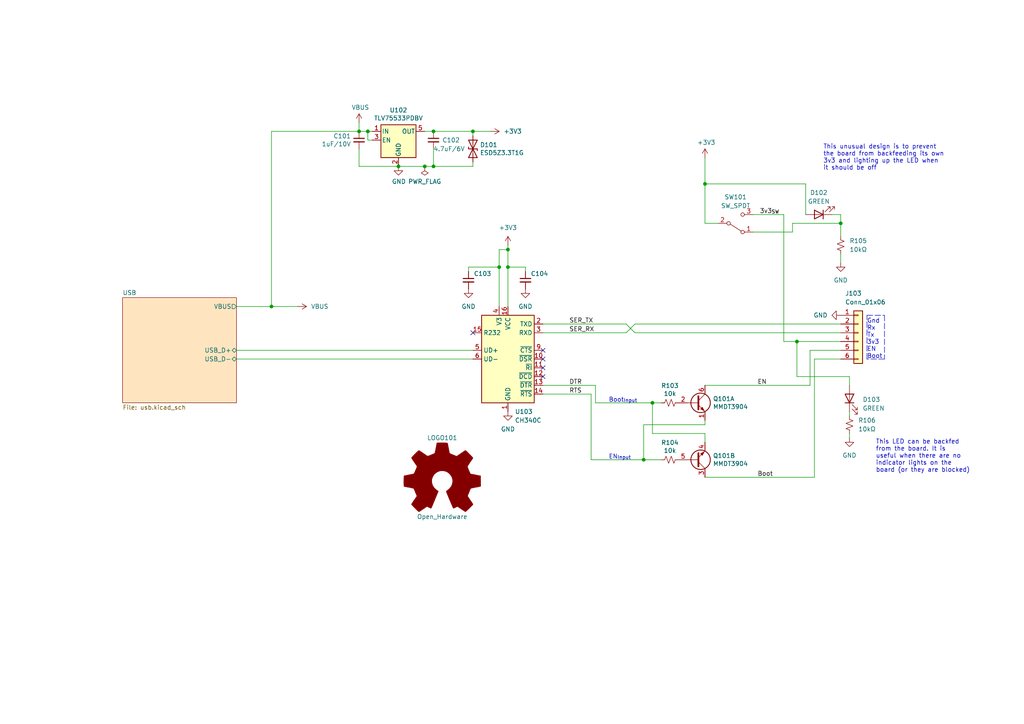
<source format=kicad_sch>
(kicad_sch (version 20231120) (generator "eeschema") (generator_version "8.0")
  (paper "A4")
  (title_block (title "ESP-Flash") (date "2023-02-15") (rev "v1.2.0") (company "OSH") (comment 1 "Drawn by: VGD"))
  (lib_symbols
    (symbol "Connector_Generic:Conn_01x06" (pin_names (offset 1.016) hide)
      (property "Reference" "J" (at 0 7.62 0))
      (property "Value" "Conn_01x06" (at 0 -10.16 0))
      (symbol "Conn_01x06_1_1"
        (rectangle (start -1.27 -7.493) (end 0 -7.747) (stroke (width 0.1524)))
        (rectangle (start -1.27 -4.953) (end 0 -5.207) (stroke (width 0.1524)))
        (rectangle (start -1.27 -2.413) (end 0 -2.667) (stroke (width 0.1524)))
        (rectangle (start -1.27 0.127) (end 0 -0.127) (stroke (width 0.1524)))
        (rectangle (start -1.27 2.667) (end 0 2.413) (stroke (width 0.1524)))
        (rectangle (start -1.27 5.207) (end 0 4.953) (stroke (width 0.1524)))
        (rectangle (start -1.27 6.35) (end 1.27 -8.89) (stroke (width 0.254)) (fill (type background)))
        (pin passive line (at -5.08 5.08 0) (length 3.81) (name "Pin_1") (number "1"))
        (pin passive line (at -5.08 2.54 0) (length 3.81) (name "Pin_2") (number "2"))
        (pin passive line (at -5.08 0 0) (length 3.81) (name "Pin_3") (number "3"))
        (pin passive line (at -5.08 -2.54 0) (length 3.81) (name "Pin_4") (number "4"))
        (pin passive line (at -5.08 -5.08 0) (length 3.81) (name "Pin_5") (number "5"))
        (pin passive line (at -5.08 -7.62 0) (length 3.81) (name "Pin_6") (number "6"))
      )
    )
    (symbol "Device:C_Small" (pin_numbers hide) (pin_names (offset 0.254) hide)
      (property "Reference" "C" (at 0.254 1.778 0))
      (property "Value" "C_Small" (at 0.254 -2.032 0))
      (symbol "C_Small_0_1"
        (polyline (pts (xy -1.524 -0.508) (xy 1.524 -0.508)) (stroke (width 0.3302)))
        (polyline (pts (xy -1.524 0.508) (xy 1.524 0.508)) (stroke (width 0.3048)))
      )
      (symbol "C_Small_1_1"
        (pin passive line (at 0 2.54 270) (length 2.032) (name "~") (number "1"))
        (pin passive line (at 0 -2.54 90) (length 2.032) (name "~") (number "2"))
      )
    )
    (symbol "Device:D_TVS" (pin_numbers hide) (pin_names (offset 1.016) hide)
      (property "Reference" "D" (at 0 2.54 0))
      (property "Value" "D_TVS" (at 0 -2.54 0))
      (symbol "D_TVS_0_1"
        (polyline (pts (xy 1.27 0) (xy -1.27 0)))
        (polyline (pts (xy 0.508 1.27) (xy 0 1.27) (xy 0 -1.27) (xy -0.508 -1.27)) (stroke (width 0.254)))
        (polyline (pts (xy -2.54 1.27) (xy -2.54 -1.27) (xy 2.54 1.27) (xy 2.54 -1.27) (xy -2.54 1.27)) (stroke (width 0.254)))
      )
      (symbol "D_TVS_1_1"
        (pin passive line (at -3.81 0 0) (length 2.54) (name "A1") (number "1"))
        (pin passive line (at 3.81 0 180) (length 2.54) (name "A2") (number "2"))
      )
    )
    (symbol "Device:LED" (pin_numbers hide) (pin_names (offset 1.016) hide)
      (property "Reference" "D" (at 0 2.54 0))
      (property "Value" "LED" (at 0 -2.54 0))
      (symbol "LED_0_1"
        (polyline (pts (xy -1.27 -1.27) (xy -1.27 1.27)) (stroke (width 0.254)))
        (polyline (pts (xy -1.27 0) (xy 1.27 0)))
        (polyline (pts (xy 1.27 -1.27) (xy 1.27 1.27) (xy -1.27 0) (xy 1.27 -1.27)) (stroke (width 0.254)))
        (polyline (pts (xy -3.048 -0.762) (xy -4.572 -2.286) (xy -3.81 -2.286) (xy -4.572 -2.286) (xy -4.572 -1.524)))
        (polyline (pts (xy -1.778 -0.762) (xy -3.302 -2.286) (xy -2.54 -2.286) (xy -3.302 -2.286) (xy -3.302 -1.524)))
      )
      (symbol "LED_1_1"
        (pin passive line (at -3.81 0 0) (length 2.54) (name "K") (number "1"))
        (pin passive line (at 3.81 0 180) (length 2.54) (name "A") (number "2"))
      )
    )
    (symbol "Device:R_Small_US" (pin_numbers hide) (pin_names (offset 0.254) hide)
      (property "Reference" "R" (at 0.762 0.508 0))
      (property "Value" "R_Small_US" (at 0.762 -1.016 0))
      (symbol "R_Small_US_1_1"
        (polyline (pts (xy 0 0) (xy 1.016 -0.381) (xy 0 -0.762) (xy -1.016 -1.143) (xy 0 -1.524)))
        (polyline (pts (xy 0 1.524) (xy 1.016 1.143) (xy 0 0.762) (xy -1.016 0.381) (xy 0 0)))
        (pin passive line (at 0 2.54 270) (length 1.016) (name "~") (number "1"))
        (pin passive line (at 0 -2.54 90) (length 1.016) (name "~") (number "2"))
      )
    )
    (symbol "Graphic:Logo_Open_Hardware_Large" (pin_names (offset 1.016))
      (symbol "Logo_Open_Hardware_Large_1_1"
        (polyline (pts (xy 6.731 -8.7122) (xy 6.6294 -8.6614) (xy 6.35 -8.4836) (xy 5.9944 -8.255) (xy 5.5372 -7.9502) (xy 5.1054 -7.6454) (xy 4.7498 -7.4168) (xy 4.4958 -7.239) (xy 4.3942 -7.1882) (xy 4.318 -7.2136) (xy 4.1148 -7.3152) (xy 3.81 -7.4676) (xy 3.6322 -7.5692) (xy 3.3528 -7.6708) (xy 3.2258 -7.6962) (xy 3.2004 -7.6708) (xy 3.0988 -7.4676) (xy 2.9464 -7.0866) (xy 2.7178 -6.604) (xy 2.4892 -6.0452) (xy 2.2352 -5.4356) (xy 1.9558 -4.826) (xy 1.7272 -4.2164) (xy 1.4986 -3.683) (xy 1.3208 -3.2512) (xy 1.2192 -2.9464) (xy 1.1684 -2.8194) (xy 1.1938 -2.794) (xy 1.3208 -2.667) (xy 1.5748 -2.4892) (xy 2.0828 -2.0574) (xy 2.6162 -1.397) (xy 2.921 -0.6604) (xy 3.048 0.1524) (xy 2.9464 0.9144) (xy 2.6416 1.6256) (xy 2.1336 2.286) (xy 1.524 2.7686) (xy 0.8128 3.0734) (xy 0 3.175) (xy -0.762 3.0988) (xy -1.4986 2.794) (xy -2.159 2.286) (xy -2.4384 1.9812) (xy -2.8194 1.3208) (xy -3.048 0.6096) (xy -3.0734 0.4318) (xy -3.0226 -0.3556) (xy -2.794 -1.0922) (xy -2.3876 -1.7526) (xy -1.8288 -2.3114) (xy -1.7526 -2.3622) (xy -1.4732 -2.5654) (xy -1.2954 -2.6924) (xy -1.1684 -2.8194) (xy -2.159 -5.207) (xy -2.3114 -5.588) (xy -2.5908 -6.2484) (xy -2.8194 -6.8072) (xy -3.0226 -7.2644) (xy -3.1496 -7.5692) (xy -3.2258 -7.6708) (xy -3.2258 -7.6962) (xy -3.302 -7.6962) (xy -3.4798 -7.6454) (xy -3.8354 -7.4676) (xy -4.0386 -7.366) (xy -4.2926 -7.239) (xy -4.4196 -7.1882) (xy -4.5212 -7.239) (xy -4.7498 -7.3914) (xy -5.1054 -7.6454) (xy -5.5372 -7.9248) (xy -5.9436 -8.2042) (xy -6.3246 -8.4582) (xy -6.604 -8.636) (xy -6.731 -8.7122) (xy -6.7564 -8.7122) (xy -6.858 -8.636) (xy -7.0866 -8.4582) (xy -7.4168 -8.1534) (xy -7.874 -7.6962) (xy -7.9502 -7.62) (xy -8.3312 -7.239) (xy -8.636 -6.9088) (xy -8.8392 -6.6802) (xy -8.9154 -6.5786) (xy -8.9154 -6.5786) (xy -8.8392 -6.4516) (xy -8.6614 -6.1722) (xy -8.4328 -5.7912) (xy -8.128 -5.3594) (xy -7.3152 -4.191) (xy -7.7724 -3.0988) (xy -7.8994 -2.7686) (xy -8.0772 -2.3622) (xy -8.2042 -2.0828) (xy -8.255 -1.9558) (xy -8.382 -1.905) (xy -8.6614 -1.8542) (xy -9.0932 -1.7526) (xy -9.6266 -1.651) (xy -10.1092 -1.5748) (xy -10.541 -1.4732) (xy -10.8712 -1.4224) (xy -11.0236 -1.397) (xy -11.049 -1.3716) (xy -11.0744 -1.2954) (xy -11.0998 -1.143) (xy -11.0998 -0.889) (xy -11.1252 -0.4572) (xy -11.1252 0.1524) (xy -11.1252 0.2286) (xy -11.0998 0.8128) (xy -11.0998 1.27) (xy -11.0744 1.5494) (xy -11.0744 1.6764) (xy -11.0744 1.6764) (xy -10.922 1.7018) (xy -10.6172 1.778) (xy -10.16 1.8542) (xy -9.652 1.9558) (xy -9.6012 1.9812) (xy -9.0932 2.0828) (xy -8.636 2.159) (xy -8.3312 2.2352) (xy -8.2042 2.286) (xy -8.1788 2.3114) (xy -8.0772 2.5146) (xy -7.9248 2.8448) (xy -7.747 3.2512) (xy -7.5692 3.6576) (xy -7.4168 4.0386) (xy -7.3152 4.318) (xy -7.2898 4.445) (xy -7.2898 4.445) (xy -7.366 4.572) (xy -7.5438 4.826) (xy -7.7978 5.207) (xy -8.128 5.6642) (xy -8.128 5.6896) (xy -8.4328 6.1468) (xy -8.6868 6.5278) (xy -8.8392 6.7818) (xy -8.9154 6.9088) (xy -8.9154 6.9088) (xy -8.8138 7.0358) (xy -8.5852 7.2898) (xy -8.255 7.6454) (xy -7.874 8.0264) (xy -7.747 8.1534) (xy -7.3152 8.5852) (xy -7.0104 8.8646) (xy -6.8326 8.9916) (xy -6.731 9.0424) (xy -6.731 9.0424) (xy -6.604 8.9408) (xy -6.3246 8.763) (xy -5.9436 8.509) (xy -5.4864 8.2042) (xy -5.461 8.1788) (xy -5.0038 7.874) (xy -4.6482 7.62) (xy -4.3688 7.4422) (xy -4.2672 7.3914) (xy -4.2418 7.3914) (xy -4.064 7.4422) (xy -3.7338 7.5438) (xy -3.3528 7.6962) (xy -2.9464 7.874) (xy -2.5654 8.0264) (xy -2.286 8.1534) (xy -2.159 8.2296) (xy -2.159 8.2296) (xy -2.1082 8.382) (xy -2.032 8.7122) (xy -1.9304 9.1694) (xy -1.8288 9.7282) (xy -1.8034 9.8044) (xy -1.7018 10.3378) (xy -1.6256 10.7696) (xy -1.5748 11.0744) (xy -1.524 11.2014) (xy -1.4478 11.2268) (xy -1.1938 11.2522) (xy -0.8128 11.2522) (xy -0.3302 11.2522) (xy 0.1524 11.2522) (xy 0.6604 11.2522) (xy 1.0668 11.2268) (xy 1.3716 11.2014) (xy 1.4986 11.176) (xy 1.4986 11.176) (xy 1.5494 11.0236) (xy 1.6256 10.6934) (xy 1.7018 10.2108) (xy 1.8288 9.6774) (xy 1.8288 9.5758) (xy 1.9304 9.0424) (xy 2.032 8.6106) (xy 2.0828 8.3058) (xy 2.1336 8.2042) (xy 2.159 8.1788) (xy 2.3876 8.0772) (xy 2.7432 7.9248) (xy 3.175 7.747) (xy 4.191 7.3406) (xy 5.461 8.2042) (xy 5.5626 8.2804) (xy 6.0198 8.5852) (xy 6.3754 8.8392) (xy 6.6294 8.9916) (xy 6.7564 9.0424) (xy 6.7564 9.0424) (xy 6.8834 8.9408) (xy 7.1374 8.7122) (xy 7.4676 8.382) (xy 7.8486 7.9756) (xy 8.1534 7.6962) (xy 8.4836 7.3406) (xy 8.7122 7.112) (xy 8.8392 6.9596) (xy 8.8646 6.858) (xy 8.8646 6.8072) (xy 8.7884 6.6802) (xy 8.6106 6.4008) (xy 8.3312 6.0198) (xy 8.0264 5.588) (xy 7.7978 5.207) (xy 7.5184 4.8006) (xy 7.3406 4.4958) (xy 7.2898 4.3434) (xy 7.2898 4.2926) (xy 7.3914 4.0386) (xy 7.5184 3.683) (xy 7.7216 3.2258) (xy 8.1534 2.2352) (xy 8.7884 2.1082) (xy 9.1948 2.0574) (xy 9.7536 1.9304) (xy 10.2616 1.8288) (xy 11.0998 1.6764) (xy 11.1252 -1.3208) (xy 10.9982 -1.3716) (xy 10.8712 -1.397) (xy 10.5664 -1.4732) (xy 10.1346 -1.5494) (xy 9.6266 -1.651) (xy 9.1948 -1.7272) (xy 8.7376 -1.8288) (xy 8.4328 -1.8796) (xy 8.2804 -1.905) (xy 8.255 -1.9558) (xy 8.1534 -2.159) (xy 7.9756 -2.5146) (xy 7.8232 -2.921) (xy 7.6454 -3.3274) (xy 7.493 -3.7338) (xy 7.366 -4.0132) (xy 7.3406 -4.191) (xy 7.3914 -4.2926) (xy 7.5692 -4.5466) (xy 7.7978 -4.9276) (xy 8.1026 -5.3594) (xy 8.4074 -5.7912) (xy 8.6614 -6.1722) (xy 8.8138 -6.4262) (xy 8.89 -6.5532) (xy 8.8646 -6.6548) (xy 8.6868 -6.858) (xy 8.3566 -7.1882) (xy 7.874 -7.6708) (xy 7.7978 -7.747) (xy 7.3914 -8.128) (xy 7.0612 -8.4328) (xy 6.8326 -8.636) (xy 6.731 -8.7122)) (fill (type outline)))
      )
    )
    (symbol "Interface_USB:CH340C"
      (property "Reference" "U" (at -5.08 13.97 0))
      (property "Value" "CH340C" (at 1.27 13.97 0))
      (symbol "CH340C_0_1"
        (rectangle (start -7.62 12.7) (end 7.62 -12.7) (stroke (width 0.254)) (fill (type background)))
      )
      (symbol "CH340C_1_1"
        (pin power_in line (at 0 -15.24 90) (length 2.54) (name "GND") (number "1"))
        (pin input line (at 10.16 0 180) (length 2.54) (name "~{DSR}") (number "10"))
        (pin input line (at 10.16 -2.54 180) (length 2.54) (name "~{RI}") (number "11"))
        (pin input line (at 10.16 -5.08 180) (length 2.54) (name "~{DCD}") (number "12"))
        (pin output line (at 10.16 -7.62 180) (length 2.54) (name "~{DTR}") (number "13"))
        (pin output line (at 10.16 -10.16 180) (length 2.54) (name "~{RTS}") (number "14"))
        (pin input line (at -10.16 7.62 0) (length 2.54) (name "R232") (number "15"))
        (pin power_in line (at 0 15.24 270) (length 2.54) (name "VCC") (number "16"))
        (pin output line (at 10.16 10.16 180) (length 2.54) (name "TXD") (number "2"))
        (pin input line (at 10.16 7.62 180) (length 2.54) (name "RXD") (number "3"))
        (pin passive line (at -2.54 15.24 270) (length 2.54) (name "V3") (number "4"))
        (pin bidirectional line (at -10.16 2.54 0) (length 2.54) (name "UD+") (number "5"))
        (pin bidirectional line (at -10.16 0 0) (length 2.54) (name "UD-") (number "6"))
        (pin no_connect line (at -7.62 -7.62 0) (length 2.54) hide (name "NC") (number "7"))
        (pin no_connect line (at -7.62 -10.16 0) (length 2.54) hide (name "NC") (number "8"))
        (pin input line (at 10.16 2.54 180) (length 2.54) (name "~{CTS}") (number "9"))
      )
    )
    (symbol "Regulator_Linear:TLV75533PDBV" (pin_names (offset 0.254))
      (property "Reference" "U" (at -3.81 5.715 0))
      (property "Value" "TLV75533PDBV" (at 0 5.715 0))
      (symbol "TLV75533PDBV_0_1"
        (rectangle (start -5.08 4.445) (end 5.08 -5.08) (stroke (width 0.254)) (fill (type background)))
      )
      (symbol "TLV75533PDBV_1_1"
        (pin power_in line (at -7.62 2.54 0) (length 2.54) (name "IN") (number "1"))
        (pin power_in line (at 0 -7.62 90) (length 2.54) (name "GND") (number "2"))
        (pin input line (at -7.62 0 0) (length 2.54) (name "EN") (number "3"))
        (pin no_connect line (at 5.08 0 180) (length 2.54) hide (name "NC") (number "4"))
        (pin power_out line (at 7.62 2.54 180) (length 2.54) (name "OUT") (number "5"))
      )
    )
    (symbol "Switch:SW_SPDT" (pin_names (offset 0) hide)
      (property "Reference" "SW" (at 0 4.318 0))
      (property "Value" "SW_SPDT" (at 0 -5.08 0))
      (symbol "SW_SPDT_0_0"
        (circle (center -2.032 0) (radius 0.508))
        (circle (center 2.032 -2.54) (radius 0.508))
      )
      (symbol "SW_SPDT_0_1"
        (polyline (pts (xy -1.524 0.254) (xy 1.651 2.286)))
        (circle (center 2.032 2.54) (radius 0.508))
      )
      (symbol "SW_SPDT_1_1"
        (pin passive line (at 5.08 2.54 180) (length 2.54) (name "A") (number "1"))
        (pin passive line (at -5.08 0 0) (length 2.54) (name "B") (number "2"))
        (pin passive line (at 5.08 -2.54 180) (length 2.54) (name "C") (number "3"))
      )
    )
    (symbol "Transistor_BJT:MMDT3904" (pin_names (offset 0) hide)
      (property "Reference" "Q" (at 5.08 1.27 0))
      (property "Value" "MMDT3904" (at 5.08 -1.27 0))
      (symbol "MMDT3904_0_1"
        (polyline (pts (xy 0.635 0) (xy -2.54 0)))
        (polyline (pts (xy 0.635 0.635) (xy 2.54 2.54)))
        (polyline (pts (xy 0.635 -0.635) (xy 2.54 -2.54) (xy 2.54 -2.54)))
        (polyline (pts (xy 0.635 1.905) (xy 0.635 -1.905) (xy 0.635 -1.905)) (stroke (width 0.508)))
        (polyline (pts (xy 1.27 -1.778) (xy 1.778 -1.27) (xy 2.286 -2.286) (xy 1.27 -1.778) (xy 1.27 -1.778)) (fill (type outline)))
        (circle (center 1.27 0) (radius 2.8194) (stroke (width 0.254)))
      )
      (symbol "MMDT3904_1_1"
        (pin passive line (at 2.54 -5.08 90) (length 2.54) (name "E1") (number "1"))
        (pin input line (at -5.08 0 0) (length 2.54) (name "B1") (number "2"))
        (pin passive line (at 2.54 5.08 270) (length 2.54) (name "C1") (number "6"))
      )
      (symbol "MMDT3904_2_1"
        (pin passive line (at 2.54 5.08 270) (length 2.54) (name "C2") (number "3"))
        (pin passive line (at 2.54 -5.08 90) (length 2.54) (name "E2") (number "4"))
        (pin input line (at -5.08 0 0) (length 2.54) (name "B2") (number "5"))
      )
    )
    (symbol "power:+3V3" (power) (pin_names (offset 0))
      (property "Value" "+3V3" (at 0 3.556 0))
      (symbol "+3V3_0_1"
        (polyline (pts (xy -0.762 1.27) (xy 0 2.54)))
        (polyline (pts (xy 0 0) (xy 0 2.54)))
        (polyline (pts (xy 0 2.54) (xy 0.762 1.27)))
      )
      (symbol "+3V3_1_1"
        (pin power_in line (at 0 0 90) (length 0) hide (name "+3V3") (number "1"))
      )
    )
    (symbol "power:GND" (power) (pin_names (offset 0))
      (property "Value" "GND" (at 0 -3.81 0))
      (symbol "GND_0_1"
        (polyline (pts (xy 0 0) (xy 0 -1.27) (xy 1.27 -1.27) (xy 0 -2.54) (xy -1.27 -1.27) (xy 0 -1.27)))
      )
      (symbol "GND_1_1"
        (pin power_in line (at 0 0 270) (length 0) hide (name "GND") (number "1"))
      )
    )
    (symbol "power:PWR_FLAG" (power) (pin_numbers hide) (pin_names (offset 0) hide)
      (property "Value" "PWR_FLAG" (at 0 3.81 0))
      (symbol "PWR_FLAG_0_0"
        (pin power_out line (at 0 0 90) (length 0) (name "pwr") (number "1"))
      )
      (symbol "PWR_FLAG_0_1"
        (polyline (pts (xy 0 0) (xy 0 1.27) (xy -1.016 1.905) (xy 0 2.54) (xy 1.016 1.905) (xy 0 1.27)))
      )
    )
    (symbol "power:VBUS" (power) (pin_names (offset 0))
      (property "Value" "VBUS" (at 0 3.81 0))
      (symbol "VBUS_0_1"
        (polyline (pts (xy -0.762 1.27) (xy 0 2.54)))
        (polyline (pts (xy 0 0) (xy 0 2.54)))
        (polyline (pts (xy 0 2.54) (xy 0.762 1.27)))
      )
      (symbol "VBUS_1_1"
        (pin power_in line (at 0 0 90) (length 0) hide (name "VBUS") (number "1"))
      )
    )
  )
  (junction (at 115.57 48.26))
  (junction (at 137.16 38.1))
  (junction (at 147.32 77.47))
  (junction (at 144.78 77.47))
  (junction (at 106.68 38.1))
  (junction (at 231.14 99.06))
  (junction (at 189.23 116.84))
  (junction (at 243.84 64.77))
  (junction (at 78.74 88.9))
  (junction (at 147.32 72.39))
  (junction (at 104.14 38.1))
  (junction (at 186.69 133.35))
  (junction (at 123.19 48.26))
  (junction (at 204.47 53.34))
  (junction (at 125.73 48.26))
  (junction (at 125.73 38.1))
  (no_connect (at 157.48 109.22))
  (no_connect (at 157.48 101.6))
  (no_connect (at 157.48 104.14))
  (no_connect (at 137.16 96.52))
  (no_connect (at 157.48 106.68))
  (wire (pts (xy 78.74 38.1) (xy 104.14 38.1)))
  (wire (pts (xy 246.38 119.38) (xy 246.38 120.65)))
  (wire (pts (xy 137.16 48.26) (xy 137.16 46.99)))
  (wire (pts (xy 184.15 96.52) (xy 181.61 93.98)))
  (wire (pts (xy 171.45 114.3) (xy 171.45 133.35)))
  (wire (pts (xy 147.32 72.39) (xy 144.78 72.39)))
  (wire (pts (xy 106.68 38.1) (xy 106.68 40.64)))
  (wire (pts (xy 137.16 39.37) (xy 137.16 38.1)))
  (polyline (pts (xy 256.54 104.14) (xy 251.46 104.14)) (stroke (width 0) (type dash)))
  (wire (pts (xy 204.47 123.19) (xy 186.69 123.19)))
  (wire (pts (xy 104.14 43.18) (xy 104.14 48.26)))
  (wire (pts (xy 144.78 77.47) (xy 144.78 88.9)))
  (wire (pts (xy 227.33 99.06) (xy 231.14 99.06)))
  (wire (pts (xy 171.45 133.35) (xy 186.69 133.35)))
  (wire (pts (xy 106.68 38.1) (xy 104.14 38.1)))
  (wire (pts (xy 104.14 38.1) (xy 104.14 35.56)))
  (wire (pts (xy 147.32 77.47) (xy 152.4 77.47)))
  (polyline (pts (xy 251.46 91.44) (xy 256.54 91.44)) (stroke (width 0) (type dash)))
  (polyline (pts (xy 256.54 91.44) (xy 256.54 104.14)) (stroke (width 0) (type dash)))
  (wire (pts (xy 106.68 40.64) (xy 107.95 40.64)))
  (wire (pts (xy 231.14 109.22) (xy 231.14 99.06)))
  (wire (pts (xy 125.73 38.1) (xy 137.16 38.1)))
  (wire (pts (xy 229.87 67.31) (xy 229.87 64.77)))
  (wire (pts (xy 184.15 96.52) (xy 243.84 96.52)))
  (wire (pts (xy 184.15 93.98) (xy 243.84 93.98)))
  (polyline (pts (xy 251.46 104.14) (xy 251.46 91.44)) (stroke (width 0) (type dash)))
  (wire (pts (xy 191.77 133.35) (xy 186.69 133.35)))
  (wire (pts (xy 204.47 64.77) (xy 204.47 53.34)))
  (wire (pts (xy 157.48 93.98) (xy 181.61 93.98)))
  (wire (pts (xy 172.72 111.76) (xy 172.72 116.84)))
  (wire (pts (xy 218.44 67.31) (xy 229.87 67.31)))
  (wire (pts (xy 191.77 116.84) (xy 189.23 116.84)))
  (wire (pts (xy 147.32 77.47) (xy 147.32 88.9)))
  (wire (pts (xy 181.61 96.52) (xy 184.15 93.98)))
  (wire (pts (xy 157.48 114.3) (xy 171.45 114.3)))
  (wire (pts (xy 157.48 111.76) (xy 172.72 111.76)))
  (wire (pts (xy 123.19 48.26) (xy 125.73 48.26)))
  (wire (pts (xy 104.14 48.26) (xy 115.57 48.26)))
  (wire (pts (xy 231.14 99.06) (xy 243.84 99.06)))
  (wire (pts (xy 243.84 73.66) (xy 243.84 76.2)))
  (wire (pts (xy 241.3 62.23) (xy 243.84 62.23)))
  (wire (pts (xy 246.38 109.22) (xy 231.14 109.22)))
  (wire (pts (xy 204.47 125.73) (xy 204.47 128.27)))
  (wire (pts (xy 68.58 101.6) (xy 137.16 101.6)))
  (wire (pts (xy 234.95 101.6) (xy 243.84 101.6)))
  (wire (pts (xy 115.57 48.26) (xy 123.19 48.26)))
  (wire (pts (xy 204.47 53.34) (xy 204.47 45.72)))
  (wire (pts (xy 186.69 123.19) (xy 186.69 133.35)))
  (wire (pts (xy 123.19 38.1) (xy 125.73 38.1)))
  (wire (pts (xy 172.72 116.84) (xy 189.23 116.84)))
  (wire (pts (xy 234.95 111.76) (xy 234.95 101.6)))
  (wire (pts (xy 125.73 43.18) (xy 125.73 48.26)))
  (wire (pts (xy 243.84 62.23) (xy 243.84 64.77)))
  (wire (pts (xy 78.74 88.9) (xy 78.74 38.1)))
  (wire (pts (xy 147.32 71.12) (xy 147.32 72.39)))
  (wire (pts (xy 236.22 104.14) (xy 243.84 104.14)))
  (wire (pts (xy 218.44 62.23) (xy 227.33 62.23)))
  (wire (pts (xy 208.28 64.77) (xy 204.47 64.77)))
  (wire (pts (xy 107.95 38.1) (xy 106.68 38.1)))
  (wire (pts (xy 135.89 78.74) (xy 135.89 77.47)))
  (wire (pts (xy 125.73 48.26) (xy 137.16 48.26)))
  (wire (pts (xy 137.16 38.1) (xy 142.24 38.1)))
  (wire (pts (xy 227.33 62.23) (xy 227.33 99.06)))
  (wire (pts (xy 189.23 125.73) (xy 204.47 125.73)))
  (wire (pts (xy 246.38 111.76) (xy 246.38 109.22)))
  (wire (pts (xy 189.23 116.84) (xy 189.23 125.73)))
  (wire (pts (xy 204.47 53.34) (xy 233.68 53.34)))
  (wire (pts (xy 152.4 77.47) (xy 152.4 78.74)))
  (wire (pts (xy 204.47 111.76) (xy 234.95 111.76)))
  (wire (pts (xy 144.78 77.47) (xy 135.89 77.47)))
  (wire (pts (xy 233.68 53.34) (xy 233.68 62.23)))
  (wire (pts (xy 246.38 125.73) (xy 246.38 127)))
  (wire (pts (xy 68.58 88.9) (xy 78.74 88.9)))
  (wire (pts (xy 243.84 64.77) (xy 243.84 68.58)))
  (wire (pts (xy 157.48 96.52) (xy 181.61 96.52)))
  (wire (pts (xy 236.22 138.43) (xy 236.22 104.14)))
  (wire (pts (xy 204.47 121.92) (xy 204.47 123.19)))
  (wire (pts (xy 147.32 72.39) (xy 147.32 77.47)))
  (wire (pts (xy 204.47 138.43) (xy 236.22 138.43)))
  (wire (pts (xy 78.74 88.9) (xy 86.36 88.9)))
  (wire (pts (xy 144.78 72.39) (xy 144.78 77.47)))
  (wire (pts (xy 68.58 104.14) (xy 137.16 104.14)))
  (wire (pts (xy 229.87 64.77) (xy 243.84 64.77)))
  (text "Gnd\nRx\nTx\n3v3\nEN\nBoot" (at 251.46 104.14 0) (effects (font (size 1.27 1.27)) (justify left bottom)))
  (text "Boot_{Input}" (at 176.53 116.84 0) (effects (font (size 1.27 1.27)) (justify left bottom)))
  (text "EN_{Input}" (at 176.53 133.35 0) (effects (font (size 1.27 1.27)) (justify left bottom)))
  (text "This unusual design is to prevent\nthe board from backfeeding its own\n3v3 and lighting up the LED when\nit should be off" (at 238.76 49.53 0) (effects (font (size 1.27 1.27)) (justify left bottom)))
  (text "This LED can be backfed\nfrom the board. It is\nuseful when there are no\nindicator lights on the\nboard (or they are blocked)" (at 254 137.16 0) (effects (font (size 1.27 1.27)) (justify left bottom)))
  (label "3v3_{SW}" (at 226.06 62.23 180))
  (label "SER_RX" (at 165.1 96.52 0))
  (label "SER_TX" (at 165.1 93.98 0))
  (label "EN" (at 219.71 111.76 0))
  (label "Boot" (at 219.71 138.43 0))
  (label "DTR" (at 165.1 111.76 0))
  (label "RTS" (at 165.1 114.3 0))
  (symbol (lib_id "Device:C_Small") (at 135.89 81.28 0) (unit 1)
    (property "Reference" "C103" (at 137.414 79.375 0) (effects (justify left)))
    (property "Value" "C14663" (effects (hide yes)))
    (property "Footprint" "Capacitor_SMD:C_0603_1608Metric" (effects (hide yes)))
    (property "LCSC" "C14663" (effects (hide yes)))
  )
  (symbol (lib_id "power:+3V3") (at 147.32 71.12 0) (unit 1)
    (property "Reference" "#PWR113" (effects (hide yes)))
    (property "Value" "+3V3" (at 147.32 66.04 0))
  )
  (symbol (lib_id "Interface_USB:CH340C") (at 147.32 104.14 0) (unit 1)
    (property "Reference" "U103" (at 149.3394 119.38 0) (effects (justify left)))
    (property "Value" "CH340C" (at 149.3394 121.92 0) (effects (justify left)))
    (property "Footprint" "Package_SO:SOIC-16_3.9x9.9mm_P1.27mm" (effects (hide yes)))
    (property "Datasheet" "https://datasheet.lcsc.com/szlcsc/Jiangsu-Qin-Heng-CH340C_C84681.pdf" (effects (hide yes)))
    (property "LCSC" "C84681" (effects (hide yes)))
    (property "JLCPCB_CORRECTION" "0;0;270" (effects (hide yes)))
  )
  (symbol (lib_id "power:GND") (at 243.84 91.44 270) (unit 1)
    (property "Reference" "#PWR118" (effects (hide yes)))
    (property "Value" "GND" (at 240.03 91.4399 90) (effects (justify right)))
  )
  (symbol (lib_id "Device:LED") (at 237.49 62.23 180) (unit 1)
    (property "Reference" "D102" (at 237.49 55.88 0))
    (property "Value" "GREEN" (at 237.49 58.42 0))
    (property "Footprint" "LED_SMD:LED_0603_1608Metric" (effects (hide yes)))
    (property "LCSC" "C779453" (effects (hide yes)))
  )
  (symbol (lib_id "power:GND") (at 246.38 127 0) (unit 1)
    (property "Reference" "#PWR119" (effects (hide yes)))
    (property "Value" "GND" (at 246.38 132.08 0))
  )
  (symbol (lib_id "power:GND") (at 115.57 48.26 0) (unit 1)
    (property "Reference" "#PWR110" (effects (hide yes)))
    (property "Value" "GND" (at 115.697 52.6542 0))
  )
  (symbol (lib_id "Device:R_Small_US") (at 246.38 123.19 0) (unit 1)
    (property "Reference" "R106" (at 248.92 121.9199 0) (effects (justify left)))
    (property "Value" "10kΩ" (at 248.92 124.4599 0) (effects (justify left)))
    (property "Footprint" "Resistor_SMD:R_0603_1608Metric" (effects (hide yes)))
    (property "LCSC" "C25804" (effects (hide yes)))
  )
  (symbol (lib_id "Device:R_Small_US") (at 194.31 116.84 270) (unit 1)
    (property "Reference" "R103" (at 194.31 111.8616 90))
    (property "Value" "10k" (at 194.31 114.173 90))
    (property "Footprint" "Resistor_SMD:R_0805_2012Metric" (effects (hide yes)))
    (property "LCSC" "C17414" (effects (hide yes)))
  )
  (symbol (lib_id "Device:C_Small") (at 152.4 81.28 0) (unit 1)
    (property "Reference" "C104" (at 153.924 79.375 0) (effects (justify left)))
    (property "Value" "10nF" (effects (hide yes)))
    (property "Footprint" "Capacitor_SMD:C_0603_1608Metric" (effects (hide yes)))
    (property "LCSC" "C14663" (effects (hide yes)))
  )
  (symbol (lib_id "power:GND") (at 147.32 119.38 0) (unit 1)
    (property "Reference" "#PWR114" (effects (hide yes)))
    (property "Value" "GND" (at 147.32 124.46 0))
  )
  (symbol (lib_id "power:+3V3") (at 204.47 45.72 0) (unit 1)
    (property "Reference" "#PWR116" (effects (hide yes)))
    (property "Value" "+3V3" (at 204.851 41.3258 0))
  )
  (symbol (lib_id "power:VBUS") (at 104.14 35.56 0) (unit 1)
    (property "Reference" "#PWR108" (effects (hide yes)))
    (property "Value" "VBUS" (at 104.521 31.1658 0))
  )
  (symbol (lib_id "Device:LED") (at 246.38 115.57 90) (unit 1)
    (property "Reference" "D103" (at 250.19 115.8874 90) (effects (justify right)))
    (property "Value" "GREEN" (at 250.19 118.4274 90) (effects (justify right)))
    (property "Footprint" "LED_SMD:LED_0603_1608Metric" (effects (hide yes)))
    (property "LCSC" "C779453" (effects (hide yes)))
  )
  (symbol (lib_id "power:+3V3") (at 142.24 38.1 270) (unit 1)
    (property "Reference" "#PWR112" (effects (hide yes)))
    (property "Value" "+3V3" (at 146.05 38.0999 90) (effects (justify left)))
  )
  (symbol (lib_id "Transistor_BJT:MMDT3904") (at 201.93 133.35 0) (mirror x) (unit 2)
    (property "Reference" "Q101" (at 206.7814 132.1816 0) (effects (justify left)))
    (property "Value" "MMDT3904" (at 206.7814 134.493 0) (effects (justify left)))
    (property "Footprint" "Package_TO_SOT_SMD:SOT-363_SC-70-6" (effects (hide yes)))
    (property "Datasheet" "http://www.diodes.com/_files/datasheets/ds30088.pdf" (effects (hide yes)))
    (property "LCSC" "C83572" (effects (hide yes)))
  )
  (symbol (lib_id "Device:C_Small") (at 125.73 40.64 0) (unit 1)
    (property "Reference" "C102" (at 128.27 40.64 0) (effects (justify left)))
    (property "Value" "4.7uF/6V" (at 125.73 43.18 0) (effects (justify left)))
    (property "Footprint" "Capacitor_SMD:C_0805_2012Metric" (effects (hide yes)))
    (property "LCSC" "C1779" (effects (hide yes)))
  )
  (symbol (lib_id "Device:R_Small_US") (at 194.31 133.35 270) (unit 1)
    (property "Reference" "R104" (at 194.31 128.3716 90))
    (property "Value" "10k" (at 194.31 130.683 90))
    (property "Footprint" "Resistor_SMD:R_0805_2012Metric" (effects (hide yes)))
    (property "LCSC" "C17414" (effects (hide yes)))
  )
  (symbol (lib_id "Switch:SW_SPDT") (at 213.36 64.77 0) (mirror x) (unit 1)
    (property "Reference" "SW101" (at 213.36 57.15 0))
    (property "Value" "SW_SPDT" (at 213.36 59.69 0))
    (property "Footprint" "Button_Switch_SMD:SW_SPDT_PCM12" (effects (hide yes)))
    (property "Datasheet" "https://www.ckswitches.com/media/1424/pcm.pdf" (effects (hide yes)))
    (property "LCSC" "C221841" (effects (hide yes)))
  )
  (symbol (lib_id "Transistor_BJT:MMDT3904") (at 201.93 116.84 0) (unit 1)
    (property "Reference" "Q101" (at 206.7814 115.6716 0) (effects (justify left)))
    (property "Value" "MMDT3904" (at 206.7814 117.983 0) (effects (justify left)))
    (property "Footprint" "Package_TO_SOT_SMD:SOT-363_SC-70-6" (effects (hide yes)))
    (property "Datasheet" "http://www.diodes.com/_files/datasheets/ds30088.pdf" (effects (hide yes)))
    (property "LCSC" "C83572" (effects (hide yes)))
  )
  (symbol (lib_id "Graphic:Logo_Open_Hardware_Large") (at 128.27 139.7 0) (unit 1)
    (property "Reference" "LOGO101" (at 128.27 127 0))
    (property "Value" "Open_Hardware" (at 128.27 149.86 0))
    (property "Footprint" "Symbol:OSHW-Logo2_7.3x6mm_SilkScreen" (effects (hide yes)))
  )
  (symbol (lib_id "power:GND") (at 243.84 76.2 0) (unit 1)
    (property "Reference" "#PWR117" (effects (hide yes)))
    (property "Value" "GND" (at 243.84 81.28 0))
  )
  (symbol (lib_id "power:PWR_FLAG") (at 123.19 48.26 180) (unit 1)
    (property "Reference" "#FLG104" (effects (hide yes)))
    (property "Value" "PWR_FLAG" (at 123.19 52.6542 0))
  )
  (symbol (lib_id "Device:R_Small_US") (at 243.84 71.12 0) (unit 1)
    (property "Reference" "R105" (at 246.38 69.8499 0) (effects (justify left)))
    (property "Value" "10kΩ" (at 246.38 72.3899 0) (effects (justify left)))
    (property "Footprint" "Resistor_SMD:R_0603_1608Metric" (effects (hide yes)))
    (property "LCSC" "C25804" (effects (hide yes)))
  )
  (symbol (lib_id "Device:D_TVS") (at 137.16 43.18 270) (unit 1)
    (property "Reference" "D101" (at 139.192 42.0116 90) (effects (justify left)))
    (property "Value" "ESD5Z3.3T1G" (at 139.192 44.323 90) (effects (justify left)))
    (property "Footprint" "Diode_SMD:D_SOD-523" (effects (hide yes)))
    (property "LCSC" "C61148" (effects (hide yes)))
  )
  (symbol (lib_id "Device:C_Small") (at 104.14 40.64 0) (unit 1)
    (property "Reference" "C101" (at 101.8032 39.4716 0) (effects (justify right)))
    (property "Value" "1uF/10V" (at 101.8032 41.783 0) (effects (justify right)))
    (property "Footprint" "Capacitor_SMD:C_0805_2012Metric" (effects (hide yes)))
    (property "LCSC" "C28323" (effects (hide yes)))
  )
  (symbol (lib_id "power:GND") (at 135.89 83.82 0) (unit 1)
    (property "Reference" "#PWR111" (effects (hide yes)))
    (property "Value" "GND" (at 135.89 88.9 0))
  )
  (symbol (lib_id "Connector_Generic:Conn_01x06") (at 248.92 96.52 0) (unit 1)
    (property "Reference" "J103" (at 245.11 85.09 0) (effects (justify left)))
    (property "Value" "Conn_01x06" (at 245.11 87.63 0) (effects (justify left)))
    (property "Footprint" "Connector_PinHeader_2.54mm:PinHeader_1x06_P2.54mm_Horizontal" (effects (hide yes)))
    (property "LCSC" "C40877" (effects (hide yes)))
    (property "Comment" "Through-hole" (effects (hide yes)))
    (property "JLCPCB_CORRECTION" "0;6.35;90" (effects (hide yes)))
    (property "JLCPCB_IGNORE" "1" (effects (hide yes)))
  )
  (symbol (lib_id "Regulator_Linear:TLV75533PDBV") (at 115.57 40.64 0) (unit 1)
    (property "Reference" "U102" (at 115.57 31.9532 0))
    (property "Value" "TLV75533PDBV" (at 115.57 34.2646 0))
    (property "Footprint" "Package_TO_SOT_SMD:SOT-23-5" (effects (hide yes)))
    (property "Datasheet" "http://www.ti.com/lit/ds/symlink/tlv755p.pdf" (effects (hide yes)))
    (property "LCSC" "C2937042" (effects (hide yes)))
    (property "JLCPCB_CORRECTION" "0;0;180" (effects (hide yes)))
  )
  (symbol (lib_id "power:GND") (at 152.4 83.82 0) (unit 1)
    (property "Reference" "#PWR115" (effects (hide yes)))
    (property "Value" "GND" (at 152.4 88.9 0))
  )
  (symbol (lib_id "power:VBUS") (at 86.36 88.9 270) (unit 1)
    (property "Reference" "#PWR101" (effects (hide yes)))
    (property "Value" "VBUS" (at 90.17 88.8999 90) (effects (justify left)))
  )
  (sheet (at 35.56 86.36) (size 33.02 30.48) (stroke (width 0.1524)) (fill (color 255 229 191 1.0000))
    (property "Sheetname" "USB" (at 35.56 85.6484 0) (effects (justify left bottom)))
    (property "Sheetfile" "usb.kicad_sch" (at 35.56 117.4246 0) (effects (justify left top)))
    (pin "USB_D-" bidirectional (at 68.58 104.14 0))
    (pin "USB_D+" bidirectional (at 68.58 101.6 0))
    (pin "VBUS" output (at 68.58 88.9 0))
  )
)
</source>
